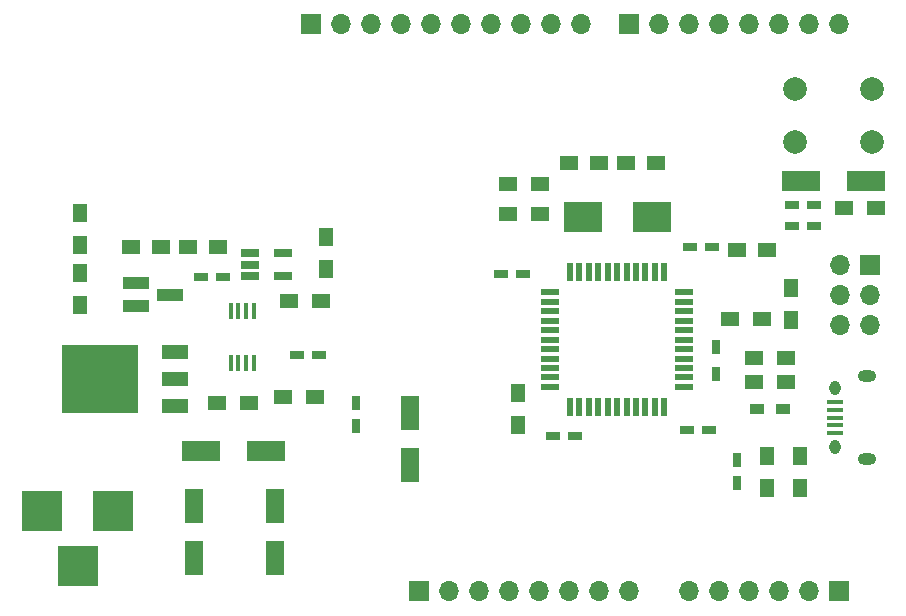
<source format=gts>
G04 #@! TF.FileFunction,Soldermask,Top*
%FSLAX46Y46*%
G04 Gerber Fmt 4.6, Leading zero omitted, Abs format (unit mm)*
G04 Created by KiCad (PCBNEW 4.0.7) date Monday, August 13, 2018 'AMt' 10:39:14 AM*
%MOMM*%
%LPD*%
G01*
G04 APERTURE LIST*
%ADD10C,0.100000*%
%ADD11R,1.500000X1.250000*%
%ADD12R,1.600000X3.000000*%
%ADD13R,1.200000X0.750000*%
%ADD14R,0.750000X1.200000*%
%ADD15R,1.700000X1.700000*%
%ADD16O,1.700000X1.700000*%
%ADD17R,3.300000X1.700000*%
%ADD18R,1.500000X1.300000*%
%ADD19R,1.300000X1.500000*%
%ADD20R,1.350000X0.400000*%
%ADD21O,0.950000X1.250000*%
%ADD22O,1.550000X1.000000*%
%ADD23R,3.500000X3.500000*%
%ADD24R,1.200000X0.900000*%
%ADD25R,2.200000X1.000000*%
%ADD26C,2.000000*%
%ADD27R,2.200000X1.200000*%
%ADD28R,6.400000X5.800000*%
%ADD29R,1.500000X0.550000*%
%ADD30R,0.550000X1.500000*%
%ADD31R,0.450000X1.450000*%
%ADD32R,1.650000X0.650000*%
%ADD33R,3.325000X2.500000*%
G04 APERTURE END LIST*
D10*
D11*
X184170000Y-97028000D03*
X186670000Y-97028000D03*
X191496000Y-97028000D03*
X188996000Y-97028000D03*
D12*
X170688000Y-118196000D03*
X170688000Y-122596000D03*
D13*
X203012000Y-102362000D03*
X204912000Y-102362000D03*
D14*
X166116000Y-117414000D03*
X166116000Y-119314000D03*
X198374000Y-124140000D03*
X198374000Y-122240000D03*
D11*
X198394000Y-104394000D03*
X200894000Y-104394000D03*
D13*
X203012000Y-100584000D03*
X204912000Y-100584000D03*
D12*
X152400000Y-126070000D03*
X152400000Y-130470000D03*
D14*
X196596000Y-114954000D03*
X196596000Y-112608000D03*
D12*
X159258000Y-126070000D03*
X159258000Y-130470000D03*
D13*
X161102000Y-113284000D03*
X163002000Y-113284000D03*
D11*
X147086000Y-104140000D03*
X149586000Y-104140000D03*
D13*
X154874000Y-106680000D03*
X152974000Y-106680000D03*
D11*
X154412000Y-104140000D03*
X151912000Y-104140000D03*
D13*
X194376000Y-104140000D03*
X196276000Y-104140000D03*
X184658000Y-120142000D03*
X182758000Y-120142000D03*
X180274000Y-106426000D03*
X178374000Y-106426000D03*
X194122000Y-119634000D03*
X196022000Y-119634000D03*
D15*
X209658000Y-105686000D03*
D16*
X207118000Y-105686000D03*
X209658000Y-108226000D03*
X207118000Y-108226000D03*
X209658000Y-110766000D03*
X207118000Y-110766000D03*
D17*
X203752000Y-98552000D03*
X209252000Y-98552000D03*
X152952000Y-121412000D03*
X158452000Y-121412000D03*
D18*
X181690000Y-101346000D03*
X178990000Y-101346000D03*
X197786000Y-110236000D03*
X200486000Y-110236000D03*
D19*
X142748000Y-101266000D03*
X142748000Y-103966000D03*
X163576000Y-103298000D03*
X163576000Y-105998000D03*
D20*
X206676000Y-119918000D03*
X206676000Y-119268000D03*
X206676000Y-118618000D03*
X206676000Y-117968000D03*
X206676000Y-117318000D03*
D21*
X206676000Y-121118000D03*
X206676000Y-116118000D03*
D22*
X209376000Y-122118000D03*
X209376000Y-115118000D03*
D23*
X145542000Y-126492000D03*
X139542000Y-126492000D03*
X142542000Y-131192000D03*
D15*
X171438000Y-133316000D03*
D16*
X173978000Y-133316000D03*
X176518000Y-133316000D03*
X179058000Y-133316000D03*
X181598000Y-133316000D03*
X184138000Y-133316000D03*
X186678000Y-133316000D03*
X189218000Y-133316000D03*
D15*
X162314000Y-85316000D03*
D16*
X164854000Y-85316000D03*
X167394000Y-85316000D03*
X169934000Y-85316000D03*
X172474000Y-85316000D03*
X175014000Y-85316000D03*
X177554000Y-85316000D03*
X180094000Y-85316000D03*
X182634000Y-85316000D03*
X185174000Y-85316000D03*
D15*
X189238000Y-85316000D03*
D16*
X191778000Y-85316000D03*
X194318000Y-85316000D03*
X196858000Y-85316000D03*
X199398000Y-85316000D03*
X201938000Y-85316000D03*
X204478000Y-85316000D03*
X207018000Y-85316000D03*
D15*
X207018000Y-133316000D03*
D16*
X204478000Y-133316000D03*
X201938000Y-133316000D03*
X199398000Y-133316000D03*
X196858000Y-133316000D03*
X194318000Y-133316000D03*
D24*
X200068000Y-117856000D03*
X202268000Y-117856000D03*
D25*
X147460000Y-107254000D03*
X147460000Y-109154000D03*
X150360000Y-108204000D03*
D18*
X199818000Y-113538000D03*
X202518000Y-113538000D03*
X199818000Y-115570000D03*
X202518000Y-115570000D03*
X207438000Y-100838000D03*
X210138000Y-100838000D03*
D19*
X200914000Y-124540000D03*
X200914000Y-121840000D03*
X203708000Y-124540000D03*
X203708000Y-121840000D03*
X179832000Y-119206000D03*
X179832000Y-116506000D03*
D18*
X181690000Y-98806000D03*
X178990000Y-98806000D03*
D19*
X202946000Y-107616000D03*
X202946000Y-110316000D03*
X142748000Y-109046000D03*
X142748000Y-106346000D03*
D18*
X154352000Y-117348000D03*
X157052000Y-117348000D03*
X159940000Y-116840000D03*
X162640000Y-116840000D03*
X160448000Y-108712000D03*
X163148000Y-108712000D03*
D26*
X209804000Y-90750000D03*
X209804000Y-95250000D03*
X203304000Y-90750000D03*
X203304000Y-95250000D03*
D27*
X150758000Y-117596000D03*
X150758000Y-115316000D03*
X150758000Y-113036000D03*
D28*
X144458000Y-115316000D03*
D29*
X193914000Y-116014000D03*
X193914000Y-115214000D03*
X193914000Y-114414000D03*
X193914000Y-113614000D03*
X193914000Y-112814000D03*
X193914000Y-112014000D03*
X193914000Y-111214000D03*
X193914000Y-110414000D03*
X193914000Y-109614000D03*
X193914000Y-108814000D03*
X193914000Y-108014000D03*
D30*
X192214000Y-106314000D03*
X191414000Y-106314000D03*
X190614000Y-106314000D03*
X189814000Y-106314000D03*
X189014000Y-106314000D03*
X188214000Y-106314000D03*
X187414000Y-106314000D03*
X186614000Y-106314000D03*
X185814000Y-106314000D03*
X185014000Y-106314000D03*
X184214000Y-106314000D03*
D29*
X182514000Y-108014000D03*
X182514000Y-108814000D03*
X182514000Y-109614000D03*
X182514000Y-110414000D03*
X182514000Y-111214000D03*
X182514000Y-112014000D03*
X182514000Y-112814000D03*
X182514000Y-113614000D03*
X182514000Y-114414000D03*
X182514000Y-115214000D03*
X182514000Y-116014000D03*
D30*
X184214000Y-117714000D03*
X185014000Y-117714000D03*
X185814000Y-117714000D03*
X186614000Y-117714000D03*
X187414000Y-117714000D03*
X188214000Y-117714000D03*
X189014000Y-117714000D03*
X189814000Y-117714000D03*
X190614000Y-117714000D03*
X191414000Y-117714000D03*
X192214000Y-117714000D03*
D31*
X155489000Y-113960000D03*
X156139000Y-113960000D03*
X156789000Y-113960000D03*
X157439000Y-113960000D03*
X157439000Y-109560000D03*
X156789000Y-109560000D03*
X156139000Y-109560000D03*
X155489000Y-109560000D03*
D32*
X157158000Y-104714000D03*
X157158000Y-105664000D03*
X157158000Y-106614000D03*
X159908000Y-106614000D03*
X159908000Y-104714000D03*
D33*
X185301500Y-101600000D03*
X191126500Y-101600000D03*
M02*

</source>
